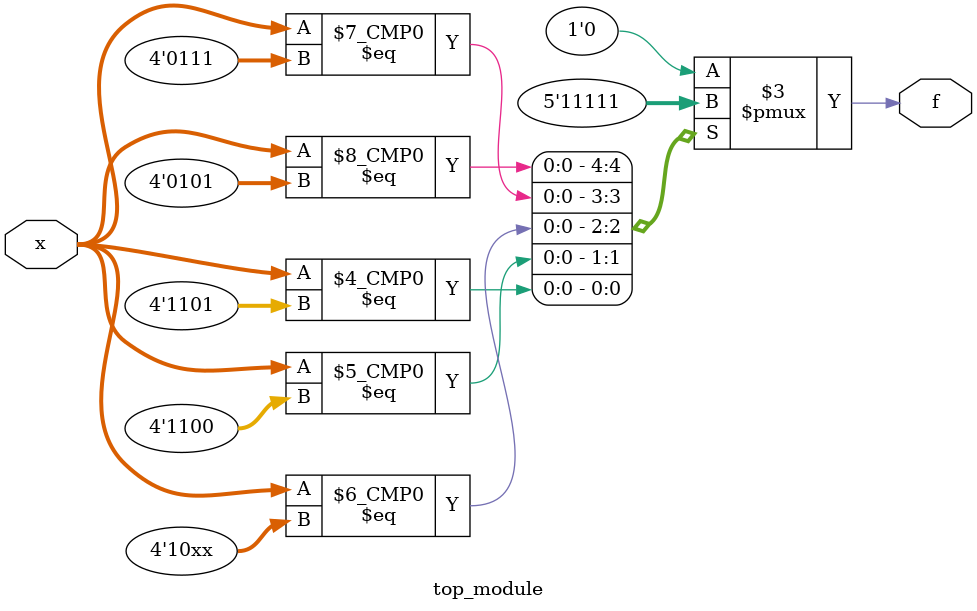
<source format=sv>
module top_module (
	input [4:1] x,
	output logic f
);
	always_comb begin
		case (x)
			4'b00x0: f = 1'b0;
			4'b00x1: f = 1'b0;
			4'b0100: f = 1'b0;
			4'b0101: f = 1'b1;
			4'b0110: f = 1'b0;
			4'b0111: f = 1'b1;
			4'b10xx: f = 1'b1;
			4'b1100: f = 1'b1;
			4'b1101: f = 1'b1;
			default: f = 1'b0;
		endcase
	end
endmodule

</source>
